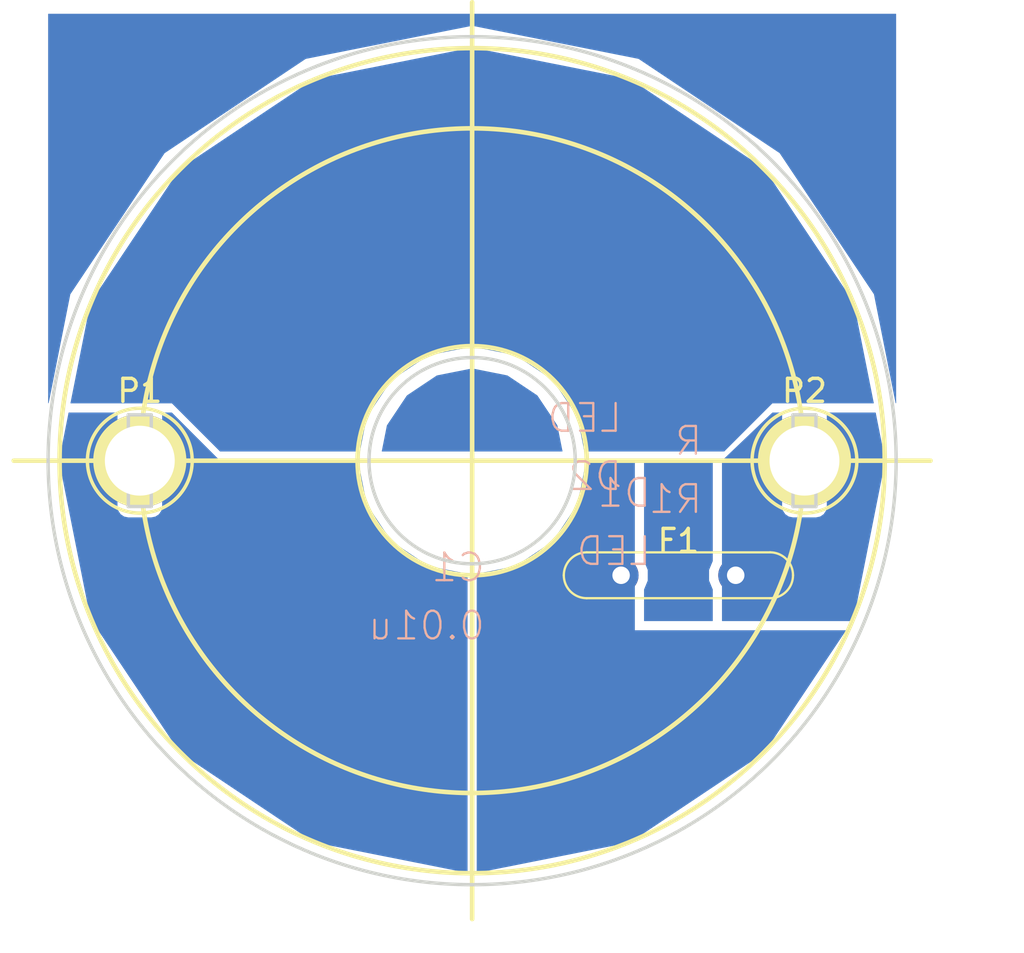
<source format=kicad_pcb>
(kicad_pcb (version 4) (host pcbnew 4.0.5)

  (general
    (links 8)
    (no_connects 2)
    (area -20.6 -20.100001 24.100001 21.500001)
    (thickness 1.6)
    (drawings 15)
    (tracks 0)
    (zones 0)
    (modules 7)
    (nets 5)
  )

  (page A4)
  (layers
    (0 F.Cu signal)
    (31 B.Cu signal)
    (32 B.Adhes user)
    (33 F.Adhes user)
    (34 B.Paste user)
    (35 F.Paste user)
    (36 B.SilkS user)
    (37 F.SilkS user)
    (38 B.Mask user)
    (39 F.Mask user)
    (40 Dwgs.User user)
    (41 Cmts.User user)
    (42 Eco1.User user)
    (43 Eco2.User user)
    (44 Edge.Cuts user)
    (45 Margin user)
    (46 B.CrtYd user)
    (47 F.CrtYd user)
    (48 B.Fab user)
    (49 F.Fab user)
  )

  (setup
    (last_trace_width 1)
    (user_trace_width 0.5)
    (user_trace_width 1)
    (user_trace_width 3)
    (trace_clearance 0.2)
    (zone_clearance 0.4)
    (zone_45_only no)
    (trace_min 0.2)
    (segment_width 0.2)
    (edge_width 0.15)
    (via_size 0.6)
    (via_drill 0.4)
    (via_min_size 0.4)
    (via_min_drill 0.3)
    (user_via 1.2 0.8)
    (uvia_size 0.3)
    (uvia_drill 0.1)
    (uvias_allowed no)
    (uvia_min_size 0.2)
    (uvia_min_drill 0.1)
    (pcb_text_width 0.3)
    (pcb_text_size 1.5 1.5)
    (mod_edge_width 0.15)
    (mod_text_size 1 1)
    (mod_text_width 0.15)
    (pad_size 1.524 1.524)
    (pad_drill 0.762)
    (pad_to_mask_clearance 0.2)
    (aux_axis_origin 0 0)
    (visible_elements 7FFFFFFF)
    (pcbplotparams
      (layerselection 0x01000_80000000)
      (usegerberextensions false)
      (excludeedgelayer true)
      (linewidth 0.100000)
      (plotframeref false)
      (viasonmask false)
      (mode 1)
      (useauxorigin false)
      (hpglpennumber 1)
      (hpglpenspeed 20)
      (hpglpendiameter 15)
      (hpglpenoverlay 2)
      (psnegative false)
      (psa4output false)
      (plotreference true)
      (plotvalue true)
      (plotinvisibletext false)
      (padsonsilk false)
      (subtractmaskfromsilk false)
      (outputformat 1)
      (mirror false)
      (drillshape 0)
      (scaleselection 1)
      (outputdirectory ""))
  )

  (net 0 "")
  (net 1 "Net-(C1-Pad1)")
  (net 2 "Net-(C1-Pad2)")
  (net 3 "Net-(D1-Pad1)")
  (net 4 "Net-(F1-Pad1)")

  (net_class Default "これは標準のネット クラスです。"
    (clearance 0.2)
    (trace_width 0.25)
    (via_dia 0.6)
    (via_drill 0.4)
    (uvia_dia 0.3)
    (uvia_drill 0.1)
    (add_net "Net-(C1-Pad1)")
    (add_net "Net-(C1-Pad2)")
    (add_net "Net-(D1-Pad1)")
    (add_net "Net-(F1-Pad1)")
  )

  (module RP_KiCAD_Libs:C1608_WP (layer B.Cu) (tedit 57C3E677) (tstamp 58A3A2EB)
    (at 0 6 180)
    (descr <b>CAPACITOR</b>)
    (path /58A3A34C)
    (fp_text reference C1 (at -0.635 0.635 180) (layer B.SilkS)
      (effects (font (size 1.2065 1.2065) (thickness 0.1016)) (justify left bottom mirror))
    )
    (fp_text value 0.01u (at -0.635 -1.905 180) (layer B.SilkS)
      (effects (font (size 1.2065 1.2065) (thickness 0.1016)) (justify left bottom mirror))
    )
    (fp_line (start -0.356 0.432) (end 0.356 0.432) (layer Dwgs.User) (width 0.1016))
    (fp_line (start -0.356 -0.419) (end 0.356 -0.419) (layer Dwgs.User) (width 0.1016))
    (fp_poly (pts (xy -0.8382 -0.4699) (xy -0.3381 -0.4699) (xy -0.3381 0.4801) (xy -0.8382 0.4801)) (layer Dwgs.User) (width 0))
    (fp_poly (pts (xy 0.3302 -0.4699) (xy 0.8303 -0.4699) (xy 0.8303 0.4801) (xy 0.3302 0.4801)) (layer Dwgs.User) (width 0))
    (fp_poly (pts (xy -0.1999 -0.3) (xy 0.1999 -0.3) (xy 0.1999 0.3) (xy -0.1999 0.3)) (layer B.Adhes) (width 0))
    (pad 1 smd rect (at -0.9 0 180) (size 0.8 1) (layers B.Cu B.Paste B.Mask)
      (net 1 "Net-(C1-Pad1)"))
    (pad 2 smd rect (at 0.9 0 180) (size 0.8 1) (layers B.Cu B.Paste B.Mask)
      (net 2 "Net-(C1-Pad2)"))
    (model Resistors_SMD.3dshapes/R_0603.wrl
      (at (xyz 0 0 0))
      (scale (xyz 1 1 1))
      (rotate (xyz 0 0 0))
    )
  )

  (module Connect:1pin (layer F.Cu) (tedit 0) (tstamp 58A3A2F6)
    (at -14.5 0)
    (descr "module 1 pin (ou trou mecanique de percage)")
    (tags DEV)
    (path /58A3A1EF)
    (fp_text reference P1 (at 0 -3.048) (layer F.SilkS)
      (effects (font (size 1 1) (thickness 0.15)))
    )
    (fp_text value CONN_01X01 (at 0 2.794) (layer F.Fab)
      (effects (font (size 1 1) (thickness 0.15)))
    )
    (fp_circle (center 0 0) (end 0 -2.286) (layer F.SilkS) (width 0.15))
    (pad 1 thru_hole circle (at 0 0) (size 4.064 4.064) (drill 3.048) (layers *.Cu *.Mask F.SilkS)
      (net 2 "Net-(C1-Pad2)"))
  )

  (module Connect:1pin (layer F.Cu) (tedit 0) (tstamp 58A3A2FB)
    (at 14.5 0)
    (descr "module 1 pin (ou trou mecanique de percage)")
    (tags DEV)
    (path /58A3A268)
    (fp_text reference P2 (at 0 -3.048) (layer F.SilkS)
      (effects (font (size 1 1) (thickness 0.15)))
    )
    (fp_text value CONN_01X01 (at 0 2.794) (layer F.Fab)
      (effects (font (size 1 1) (thickness 0.15)))
    )
    (fp_circle (center 0 0) (end 0 -2.286) (layer F.SilkS) (width 0.15))
    (pad 1 thru_hole circle (at 0 0) (size 4.064 4.064) (drill 3.048) (layers *.Cu *.Mask F.SilkS)
      (net 4 "Net-(F1-Pad1)"))
  )

  (module RP_KiCAD_Libs:C1608_WP (layer B.Cu) (tedit 57C3E677) (tstamp 58A3A3C8)
    (at 7.25 2.75 180)
    (descr <b>CAPACITOR</b>)
    (path /58A3A3EC)
    (fp_text reference D1 (at -0.635 0.635 180) (layer B.SilkS)
      (effects (font (size 1.2065 1.2065) (thickness 0.1016)) (justify left bottom mirror))
    )
    (fp_text value LED (at -0.635 -1.905 180) (layer B.SilkS)
      (effects (font (size 1.2065 1.2065) (thickness 0.1016)) (justify left bottom mirror))
    )
    (fp_line (start -0.356 0.432) (end 0.356 0.432) (layer Dwgs.User) (width 0.1016))
    (fp_line (start -0.356 -0.419) (end 0.356 -0.419) (layer Dwgs.User) (width 0.1016))
    (fp_poly (pts (xy -0.8382 -0.4699) (xy -0.3381 -0.4699) (xy -0.3381 0.4801) (xy -0.8382 0.4801)) (layer Dwgs.User) (width 0))
    (fp_poly (pts (xy 0.3302 -0.4699) (xy 0.8303 -0.4699) (xy 0.8303 0.4801) (xy 0.3302 0.4801)) (layer Dwgs.User) (width 0))
    (fp_poly (pts (xy -0.1999 -0.3) (xy 0.1999 -0.3) (xy 0.1999 0.3) (xy -0.1999 0.3)) (layer B.Adhes) (width 0))
    (pad 1 smd rect (at -0.9 0 180) (size 0.8 1) (layers B.Cu B.Paste B.Mask)
      (net 3 "Net-(D1-Pad1)"))
    (pad 2 smd rect (at 0.9 0 180) (size 0.8 1) (layers B.Cu B.Paste B.Mask)
      (net 1 "Net-(C1-Pad1)"))
    (model Resistors_SMD.3dshapes/R_0603.wrl
      (at (xyz 0 0 0))
      (scale (xyz 1 1 1))
      (rotate (xyz 0 0 0))
    )
  )

  (module RP_KiCAD_Libs:C1608_WP (layer B.Cu) (tedit 57C3E677) (tstamp 58A3A3CE)
    (at 7.25 0.75)
    (descr <b>CAPACITOR</b>)
    (path /58A3A558)
    (fp_text reference D2 (at -0.635 0.635) (layer B.SilkS)
      (effects (font (size 1.2065 1.2065) (thickness 0.1016)) (justify left bottom mirror))
    )
    (fp_text value LED (at -0.635 -1.905) (layer B.SilkS)
      (effects (font (size 1.2065 1.2065) (thickness 0.1016)) (justify left bottom mirror))
    )
    (fp_line (start -0.356 0.432) (end 0.356 0.432) (layer Dwgs.User) (width 0.1016))
    (fp_line (start -0.356 -0.419) (end 0.356 -0.419) (layer Dwgs.User) (width 0.1016))
    (fp_poly (pts (xy -0.8382 -0.4699) (xy -0.3381 -0.4699) (xy -0.3381 0.4801) (xy -0.8382 0.4801)) (layer Dwgs.User) (width 0))
    (fp_poly (pts (xy 0.3302 -0.4699) (xy 0.8303 -0.4699) (xy 0.8303 0.4801) (xy 0.3302 0.4801)) (layer Dwgs.User) (width 0))
    (fp_poly (pts (xy -0.1999 -0.3) (xy 0.1999 -0.3) (xy 0.1999 0.3) (xy -0.1999 0.3)) (layer B.Adhes) (width 0))
    (pad 1 smd rect (at -0.9 0) (size 0.8 1) (layers B.Cu B.Paste B.Mask)
      (net 1 "Net-(C1-Pad1)"))
    (pad 2 smd rect (at 0.9 0) (size 0.8 1) (layers B.Cu B.Paste B.Mask)
      (net 3 "Net-(D1-Pad1)"))
    (model Resistors_SMD.3dshapes/R_0603.wrl
      (at (xyz 0 0 0))
      (scale (xyz 1 1 1))
      (rotate (xyz 0 0 0))
    )
  )

  (module RP_KiCAD_Libs:C1608_WP (layer B.Cu) (tedit 57C3E677) (tstamp 58A3A3D4)
    (at 10.75 1.75)
    (descr <b>CAPACITOR</b>)
    (path /58A3A429)
    (fp_text reference R1 (at -0.635 0.635) (layer B.SilkS)
      (effects (font (size 1.2065 1.2065) (thickness 0.1016)) (justify left bottom mirror))
    )
    (fp_text value R (at -0.635 -1.905) (layer B.SilkS)
      (effects (font (size 1.2065 1.2065) (thickness 0.1016)) (justify left bottom mirror))
    )
    (fp_line (start -0.356 0.432) (end 0.356 0.432) (layer Dwgs.User) (width 0.1016))
    (fp_line (start -0.356 -0.419) (end 0.356 -0.419) (layer Dwgs.User) (width 0.1016))
    (fp_poly (pts (xy -0.8382 -0.4699) (xy -0.3381 -0.4699) (xy -0.3381 0.4801) (xy -0.8382 0.4801)) (layer Dwgs.User) (width 0))
    (fp_poly (pts (xy 0.3302 -0.4699) (xy 0.8303 -0.4699) (xy 0.8303 0.4801) (xy 0.3302 0.4801)) (layer Dwgs.User) (width 0))
    (fp_poly (pts (xy -0.1999 -0.3) (xy 0.1999 -0.3) (xy 0.1999 0.3) (xy -0.1999 0.3)) (layer B.Adhes) (width 0))
    (pad 1 smd rect (at -0.9 0) (size 0.8 1) (layers B.Cu B.Paste B.Mask)
      (net 3 "Net-(D1-Pad1)"))
    (pad 2 smd rect (at 0.9 0) (size 0.8 1) (layers B.Cu B.Paste B.Mask)
      (net 4 "Net-(F1-Pad1)"))
    (model Resistors_SMD.3dshapes/R_0603.wrl
      (at (xyz 0 0 0))
      (scale (xyz 1 1 1))
      (rotate (xyz 0 0 0))
    )
  )

  (module Fuse_Holders_and_Fuses:PolySwitch_W10P5 (layer F.Cu) (tedit 58A3AC78) (tstamp 58A3ACEE)
    (at 9 5 180)
    (path /58A3A2BF)
    (fp_text reference F1 (at 0 1.5 180) (layer F.SilkS)
      (effects (font (size 1 1) (thickness 0.15)))
    )
    (fp_text value FUSE (at 0 -1.5 180) (layer F.Fab)
      (effects (font (size 1 1) (thickness 0.15)))
    )
    (fp_line (start 4 1) (end -4 1) (layer F.SilkS) (width 0.1))
    (fp_line (start -4 -1) (end 4 -1) (layer F.SilkS) (width 0.1))
    (fp_arc (start -4 0) (end -4 1) (angle 90) (layer F.SilkS) (width 0.1))
    (fp_arc (start -4 0) (end -5 0) (angle 90) (layer F.SilkS) (width 0.1))
    (fp_arc (start 4 0) (end 5 0) (angle 90) (layer F.SilkS) (width 0.1))
    (fp_arc (start 4 0) (end 4 -1) (angle 90) (layer F.SilkS) (width 0.1))
    (pad 1 thru_hole circle (at -2.5 0 180) (size 1.524 1.524) (drill 0.762) (layers *.Cu *.Mask)
      (net 4 "Net-(F1-Pad1)"))
    (pad 2 thru_hole circle (at 2.5 0 180) (size 1.524 1.524) (drill 0.762) (layers *.Cu *.Mask)
      (net 1 "Net-(C1-Pad1)"))
  )

  (gr_line (start -15 2) (end -15 -2) (angle 90) (layer Edge.Cuts) (width 0.15))
  (gr_line (start -14 2) (end -15 2) (angle 90) (layer Edge.Cuts) (width 0.15))
  (gr_line (start -14 -2) (end -14 2) (angle 90) (layer Edge.Cuts) (width 0.15))
  (gr_line (start -15 -2) (end -14 -2) (angle 90) (layer Edge.Cuts) (width 0.15))
  (gr_line (start 14 -2) (end 15 -2) (angle 90) (layer Edge.Cuts) (width 0.15))
  (gr_line (start 14 2) (end 14 -2) (angle 90) (layer Edge.Cuts) (width 0.15))
  (gr_line (start 15 2) (end 14 2) (angle 90) (layer Edge.Cuts) (width 0.15))
  (gr_line (start 15 -2) (end 15 2) (angle 90) (layer Edge.Cuts) (width 0.15))
  (gr_circle (center 0 0) (end 14.5 0) (layer F.SilkS) (width 0.2))
  (gr_circle (center 0 0) (end 18.5 0) (layer Edge.Cuts) (width 0.15))
  (gr_circle (center 0 0) (end 4.5 0) (layer Edge.Cuts) (width 0.15))
  (gr_line (start 0 -20) (end 0 20) (angle 90) (layer F.SilkS) (width 0.2))
  (gr_line (start 20 0) (end -20 0) (angle 90) (layer F.SilkS) (width 0.2))
  (gr_circle (center 0 0) (end 18 0) (layer F.SilkS) (width 0.2))
  (gr_circle (center 0 0) (end 5 0) (layer F.SilkS) (width 0.2))

  (zone (net 2) (net_name "Net-(C1-Pad2)") (layer B.Cu) (tstamp 58A3AD53) (hatch edge 0.508)
    (connect_pads yes (clearance 0.4))
    (min_thickness 0.026)
    (fill yes (arc_segments 16) (thermal_gap 0.508) (thermal_bridge_width 0.508))
    (polygon
      (pts
        (xy -0.2 0) (xy -0.2 21.5) (xy -20 21) (xy -20.6 -2.1) (xy -13.1 -2.1)
        (xy -11 0)
      )
    )
    (filled_polygon
      (pts
        (xy -15.488 -2) (xy -15.488 2) (xy -15.450853 2.18675) (xy -15.345068 2.345068) (xy -15.18675 2.450853)
        (xy -15 2.488) (xy -14 2.488) (xy -13.81325 2.450853) (xy -13.654932 2.345068) (xy -13.549147 2.18675)
        (xy -13.512 2) (xy -13.512 -2) (xy -13.529305 -2.087) (xy -13.105384 -2.087) (xy -11.009192 0.009192)
        (xy -11.004892 0.012045) (xy -11 0.013) (xy -4.985414 0.013) (xy -4.608311 1.908825) (xy -3.527049 3.527049)
        (xy -1.908825 4.608311) (xy -0.213 4.945632) (xy -0.213 17.969632) (xy -6.892894 16.640918) (xy -12.736407 12.736407)
        (xy -16.640918 6.892894) (xy -18.012 0) (xy -17.59687 -2.087) (xy -15.470695 -2.087)
      )
    )
    (filled_polygon
      (pts
        (xy -14.488 1.512) (xy -14.512 1.512) (xy -14.512 -1.512) (xy -14.488 -1.512)
      )
    )
  )
  (zone (net 1) (net_name "Net-(C1-Pad1)") (layer B.Cu) (tstamp 58A3AD65) (hatch edge 0.508)
    (connect_pads yes (clearance 0.4))
    (min_thickness 0.026)
    (fill yes (arc_segments 16) (thermal_gap 0.508) (thermal_bridge_width 0.508))
    (polygon
      (pts
        (xy 7.1 7.4) (xy 24 7.4) (xy 24 21) (xy 0.2 21.5) (xy 0.2 0)
        (xy 7.1 0)
      )
    )
    (filled_polygon
      (pts
        (xy 7.087 7.4) (xy 7.088024 7.405058) (xy 7.090935 7.409319) (xy 7.095275 7.412111) (xy 7.1 7.413)
        (xy 16.293394 7.413) (xy 12.736407 12.736407) (xy 6.892894 16.640918) (xy 0.213 17.969632) (xy 0.213 4.945632)
        (xy 1.908825 4.608311) (xy 3.527049 3.527049) (xy 4.608311 1.908825) (xy 4.985414 0.013) (xy 7.087 0.013)
      )
    )
  )
  (zone (net 4) (net_name "Net-(F1-Pad1)") (layer B.Cu) (tstamp 58A3AD67) (hatch edge 0.508)
    (connect_pads yes (clearance 0.4))
    (min_thickness 0.026)
    (fill yes (arc_segments 16) (thermal_gap 0.508) (thermal_bridge_width 0.508))
    (polygon
      (pts
        (xy 13.1 -2.1) (xy 10.9 0) (xy 10.9 7) (xy 24 7) (xy 24.1 -2.1)
      )
    )
    (filled_polygon
      (pts
        (xy 13.512 -2) (xy 13.512 2) (xy 13.549147 2.18675) (xy 13.654932 2.345068) (xy 13.81325 2.450853)
        (xy 14 2.488) (xy 15 2.488) (xy 15.18675 2.450853) (xy 15.345068 2.345068) (xy 15.450853 2.18675)
        (xy 15.488 2) (xy 15.488 -2) (xy 15.470695 -2.087) (xy 17.59687 -2.087) (xy 18.012 0)
        (xy 16.640918 6.892894) (xy 16.578038 6.987) (xy 10.913 6.987) (xy 10.913 0.005563) (xy 13.105209 -2.087)
        (xy 13.529305 -2.087)
      )
    )
    (filled_polygon
      (pts
        (xy 14.512 1.512) (xy 14.488 1.512) (xy 14.488 -1.512) (xy 14.512 -1.512)
      )
    )
  )
  (zone (net 3) (net_name "Net-(D1-Pad1)") (layer B.Cu) (tstamp 58A3AD7E) (hatch edge 0.508)
    (connect_pads yes (clearance 0.4))
    (min_thickness 0.026)
    (fill yes (arc_segments 16) (thermal_gap 0.508) (thermal_bridge_width 0.508))
    (polygon
      (pts
        (xy 10.5 7) (xy 7.5 7) (xy 7.5 0) (xy 10.5 0)
      )
    )
    (filled_polygon
      (pts
        (xy 10.487 4.375605) (xy 10.325204 4.765253) (xy 10.324796 5.232697) (xy 10.487 5.625261) (xy 10.487 6.987)
        (xy 7.513 6.987) (xy 7.513 5.624395) (xy 7.674796 5.234747) (xy 7.675204 4.767303) (xy 7.513 4.374739)
        (xy 7.513 0.013) (xy 10.487 0.013)
      )
    )
  )
  (zone (net 0) (net_name "") (layer B.Cu) (tstamp 58A3AE83) (hatch edge 0.508)
    (connect_pads yes (clearance 0.4))
    (min_thickness 0.026)
    (fill yes (arc_segments 16) (thermal_gap 0.508) (thermal_bridge_width 0.508))
    (polygon
      (pts
        (xy 18.5 -2.5) (xy 13.1 -2.5) (xy 11 -0.4) (xy -11 -0.4) (xy -13.1 -2.5)
        (xy -18.5 -2.5) (xy -18.5 -19.5) (xy 18.5 -19.5)
      )
    )
    (filled_polygon
      (pts
        (xy 6.892894 -16.640918) (xy 12.736407 -12.736407) (xy 16.640918 -6.892894) (xy 17.512133 -2.513) (xy 13.1 -2.513)
        (xy 13.094942 -2.511976) (xy 13.090808 -2.509192) (xy 10.994616 -0.413) (xy 4.905849 -0.413) (xy 4.608311 -1.908825)
        (xy 3.527049 -3.527049) (xy 1.908825 -4.608311) (xy 0 -4.988) (xy -1.908825 -4.608311) (xy -3.527049 -3.527049)
        (xy -4.608311 -1.908825) (xy -4.905849 -0.413) (xy -10.994616 -0.413) (xy -13.090808 -2.509192) (xy -13.095108 -2.512045)
        (xy -13.1 -2.513) (xy -17.512133 -2.513) (xy -16.640918 -6.892894) (xy -12.736407 -12.736407) (xy -6.892894 -16.640918)
        (xy 0 -18.012)
      )
    )
    (filled_polygon
      (pts
        (xy 1.535326 -3.706605) (xy 2.836912 -2.836912) (xy 3.706605 -1.535326) (xy 3.929849 -0.413) (xy -3.929849 -0.413)
        (xy -3.706605 -1.535326) (xy -2.836912 -2.836912) (xy -1.535326 -3.706605) (xy 0 -4.012)
      )
    )
    (filled_polygon
      (pts
        (xy 18.487 -2.518698) (xy 17.542625 -7.266393) (xy 13.426544 -13.426544) (xy 7.266393 -17.542625) (xy 0 -18.988)
        (xy -7.266393 -17.542625) (xy -13.426544 -13.426544) (xy -17.542625 -7.266393) (xy -18.487 -2.518698) (xy -18.487 -19.487)
        (xy 18.487 -19.487)
      )
    )
  )
)

</source>
